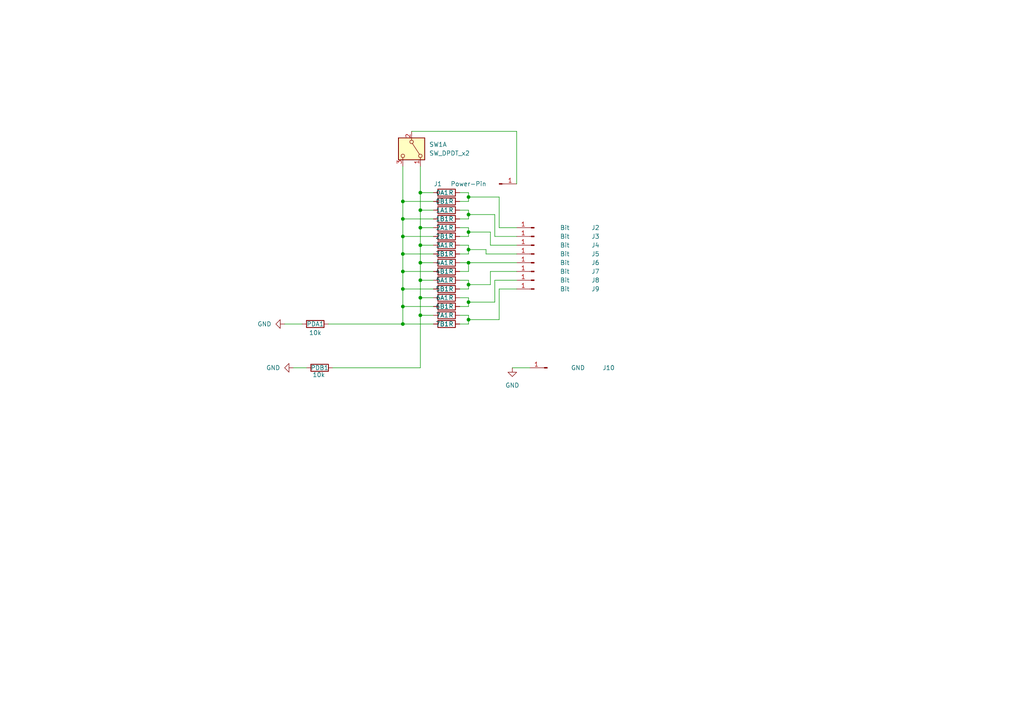
<source format=kicad_sch>
(kicad_sch (version 20231120) (generator "eeschema") (generator_version "8.0")
  (paper "A4")
  (lib_symbols
    (symbol "Connector:Conn_01x01_Pin" (pin_names (offset 1.016) hide)
      (property "Reference" "J" (at 0 2.54 0))
      (property "Value" "Conn_01x01_Pin" (at 0 -2.54 0))
      (symbol "Conn_01x01_Pin_1_1"
        (polyline (pts (xy 1.27 0) (xy 0.8636 0)) (stroke (width 0.1524)))
        (rectangle (start 0.8636 0.127) (end 0 -0.127) (stroke (width 0.1524)) (fill (type outline)))
        (pin passive line (at 5.08 0 180) (length 3.81) (name "Pin_1") (number "1"))
      )
    )
    (symbol "Device:R" (pin_numbers hide) (pin_names (offset 0))
      (property "Reference" "R" (at 2.032 0 90))
      (property "Value" "R" (at 0 0 90))
      (symbol "R_0_1"
        (rectangle (start -1.016 -2.54) (end 1.016 2.54) (stroke (width 0.254)))
      )
      (symbol "R_1_1"
        (pin passive line (at 0 3.81 270) (length 1.27) (name "~") (number "1"))
        (pin passive line (at 0 -3.81 90) (length 1.27) (name "~") (number "2"))
      )
    )
    (symbol "GND_1" (power) (pin_numbers hide) (pin_names (offset 0) hide)
      (property "Value" "GND" (at 0 -3.81 0))
      (symbol "GND_1_0_1"
        (polyline (pts (xy 0 0) (xy 0 -1.27) (xy 1.27 -1.27) (xy 0 -2.54) (xy -1.27 -1.27) (xy 0 -1.27)))
      )
      (symbol "GND_1_1_1"
        (pin power_in line (at 0 0 270) (length 0) (name "~") (number "1"))
      )
    )
    (symbol "Switch:SW_DPDT_x2" (pin_names (offset 0) hide)
      (property "Reference" "SW" (at 0 5.08 0))
      (property "Value" "SW_DPDT_x2" (at 0 -5.08 0))
      (symbol "SW_DPDT_x2_0_0"
        (circle (center -2.032 0) (radius 0.508))
        (circle (center 2.032 -2.54) (radius 0.508))
      )
      (symbol "SW_DPDT_x2_0_1"
        (rectangle (start -3.175 3.81) (end 3.175 -3.81) (stroke (width 0.254)) (fill (type background)))
        (polyline (pts (xy -1.524 0.254) (xy 1.5748 2.286)))
        (circle (center 2.032 2.54) (radius 0.508))
      )
      (symbol "SW_DPDT_x2_1_1"
        (pin passive line (at 5.08 2.54 180) (length 2.54) (name "A") (number "1"))
        (pin passive line (at -5.08 0 0) (length 2.54) (name "B") (number "2"))
        (pin passive line (at 5.08 -2.54 180) (length 2.54) (name "C") (number "3"))
      )
      (symbol "SW_DPDT_x2_2_1"
        (pin passive line (at 5.08 2.54 180) (length 2.54) (name "A") (number "4"))
        (pin passive line (at -5.08 0 0) (length 2.54) (name "B") (number "5"))
        (pin passive line (at 5.08 -2.54 180) (length 2.54) (name "C") (number "6"))
      )
    )
    (symbol "power:GND" (power) (pin_names (offset 0))
      (property "Value" "GND" (at 0 -3.81 0))
      (symbol "GND_0_1"
        (polyline (pts (xy 0 0) (xy 0 -1.27) (xy 1.27 -1.27) (xy 0 -2.54) (xy -1.27 -1.27) (xy 0 -1.27)))
      )
      (symbol "GND_1_1"
        (pin power_in line (at 0 0 270) (length 0) hide (name "GND") (number "1"))
      )
    )
  )
  (junction (at 116.84 68.58))
  (junction (at 116.84 88.9))
  (junction (at 135.89 92.71))
  (junction (at 121.92 76.2))
  (junction (at 135.89 82.55))
  (junction (at 121.92 86.36))
  (junction (at 121.92 66.04))
  (junction (at 116.84 83.82))
  (junction (at 135.89 67.31))
  (junction (at 121.92 55.88))
  (junction (at 116.84 63.5))
  (junction (at 121.92 91.44))
  (junction (at 135.89 87.63))
  (junction (at 116.84 78.74))
  (junction (at 121.92 81.28))
  (junction (at 135.89 76.2))
  (junction (at 116.84 93.98))
  (junction (at 121.92 60.96))
  (junction (at 135.89 57.15))
  (junction (at 135.89 62.23))
  (junction (at 116.84 73.66))
  (junction (at 135.89 72.39))
  (junction (at 116.84 58.42))
  (junction (at 121.92 71.12))
  (wire (pts (xy 144.78 66.04) (xy 149.86 66.04)))
  (wire (pts (xy 135.89 67.31) (xy 142.24 67.31)))
  (wire (pts (xy 135.89 67.31) (xy 135.89 68.58)))
  (wire (pts (xy 135.89 86.36) (xy 135.89 87.63)))
  (wire (pts (xy 133.35 86.36) (xy 135.89 86.36)))
  (wire (pts (xy 135.89 92.71) (xy 135.89 93.98)))
  (wire (pts (xy 135.89 62.23) (xy 135.89 63.5)))
  (wire (pts (xy 135.89 66.04) (xy 135.89 67.31)))
  (wire (pts (xy 135.89 92.71) (xy 144.78 92.71)))
  (wire (pts (xy 140.97 72.39) (xy 140.97 73.66)))
  (wire (pts (xy 135.89 58.42) (xy 133.35 58.42)))
  (wire (pts (xy 148.59 106.68) (xy 153.67 106.68)))
  (wire (pts (xy 116.84 73.66) (xy 125.73 73.66)))
  (wire (pts (xy 85.09 106.68) (xy 88.9 106.68)))
  (wire (pts (xy 121.92 71.12) (xy 121.92 76.2)))
  (wire (pts (xy 116.84 58.42) (xy 116.84 63.5)))
  (wire (pts (xy 121.92 55.88) (xy 121.92 60.96)))
  (wire (pts (xy 116.84 88.9) (xy 116.84 93.98)))
  (wire (pts (xy 135.89 57.15) (xy 144.78 57.15)))
  (wire (pts (xy 135.89 72.39) (xy 140.97 72.39)))
  (wire (pts (xy 135.89 71.12) (xy 135.89 72.39)))
  (wire (pts (xy 133.35 55.88) (xy 135.89 55.88)))
  (wire (pts (xy 135.89 63.5) (xy 133.35 63.5)))
  (wire (pts (xy 121.92 48.26) (xy 121.92 55.88)))
  (wire (pts (xy 116.84 73.66) (xy 116.84 78.74)))
  (wire (pts (xy 133.35 71.12) (xy 135.89 71.12)))
  (wire (pts (xy 116.84 68.58) (xy 116.84 73.66)))
  (wire (pts (xy 143.51 62.23) (xy 143.51 68.58)))
  (wire (pts (xy 135.89 76.2) (xy 149.86 76.2)))
  (wire (pts (xy 135.89 72.39) (xy 135.89 73.66)))
  (wire (pts (xy 121.92 81.28) (xy 121.92 86.36)))
  (wire (pts (xy 133.35 60.96) (xy 135.89 60.96)))
  (wire (pts (xy 135.89 83.82) (xy 133.35 83.82)))
  (wire (pts (xy 116.84 68.58) (xy 125.73 68.58)))
  (wire (pts (xy 96.52 106.68) (xy 121.92 106.68)))
  (wire (pts (xy 121.92 76.2) (xy 121.92 81.28)))
  (wire (pts (xy 142.24 78.74) (xy 149.86 78.74)))
  (wire (pts (xy 142.24 71.12) (xy 149.86 71.12)))
  (wire (pts (xy 121.92 55.88) (xy 125.73 55.88)))
  (wire (pts (xy 135.89 81.28) (xy 135.89 82.55)))
  (wire (pts (xy 121.92 76.2) (xy 125.73 76.2)))
  (wire (pts (xy 121.92 71.12) (xy 125.73 71.12)))
  (wire (pts (xy 116.84 63.5) (xy 125.73 63.5)))
  (wire (pts (xy 135.89 82.55) (xy 135.89 83.82)))
  (wire (pts (xy 135.89 55.88) (xy 135.89 57.15)))
  (wire (pts (xy 135.89 82.55) (xy 142.24 82.55)))
  (wire (pts (xy 144.78 57.15) (xy 144.78 66.04)))
  (wire (pts (xy 121.92 66.04) (xy 121.92 71.12)))
  (wire (pts (xy 143.51 68.58) (xy 149.86 68.58)))
  (wire (pts (xy 135.89 88.9) (xy 133.35 88.9)))
  (wire (pts (xy 140.97 73.66) (xy 149.86 73.66)))
  (wire (pts (xy 149.86 38.1) (xy 119.38 38.1)))
  (wire (pts (xy 135.89 87.63) (xy 135.89 88.9)))
  (wire (pts (xy 121.92 60.96) (xy 121.92 66.04)))
  (wire (pts (xy 116.84 88.9) (xy 125.73 88.9)))
  (wire (pts (xy 133.35 76.2) (xy 135.89 76.2)))
  (wire (pts (xy 116.84 48.26) (xy 116.84 58.42)))
  (wire (pts (xy 135.89 76.2) (xy 135.89 78.74)))
  (wire (pts (xy 135.89 93.98) (xy 133.35 93.98)))
  (wire (pts (xy 144.78 92.71) (xy 144.78 83.82)))
  (wire (pts (xy 142.24 67.31) (xy 142.24 71.12)))
  (wire (pts (xy 116.84 93.98) (xy 125.73 93.98)))
  (wire (pts (xy 144.78 83.82) (xy 149.86 83.82)))
  (wire (pts (xy 121.92 81.28) (xy 125.73 81.28)))
  (wire (pts (xy 135.89 60.96) (xy 135.89 62.23)))
  (wire (pts (xy 149.86 38.1) (xy 149.86 53.34)))
  (wire (pts (xy 121.92 106.68) (xy 121.92 91.44)))
  (wire (pts (xy 133.35 66.04) (xy 135.89 66.04)))
  (wire (pts (xy 82.55 93.98) (xy 87.63 93.98)))
  (wire (pts (xy 95.25 93.98) (xy 116.84 93.98)))
  (wire (pts (xy 135.89 87.63) (xy 143.51 87.63)))
  (wire (pts (xy 121.92 91.44) (xy 125.73 91.44)))
  (wire (pts (xy 135.89 73.66) (xy 133.35 73.66)))
  (wire (pts (xy 142.24 78.74) (xy 142.24 82.55)))
  (wire (pts (xy 116.84 58.42) (xy 125.73 58.42)))
  (wire (pts (xy 116.84 63.5) (xy 116.84 68.58)))
  (wire (pts (xy 121.92 66.04) (xy 125.73 66.04)))
  (wire (pts (xy 116.84 83.82) (xy 116.84 88.9)))
  (wire (pts (xy 116.84 78.74) (xy 125.73 78.74)))
  (wire (pts (xy 121.92 60.96) (xy 125.73 60.96)))
  (wire (pts (xy 135.89 57.15) (xy 135.89 58.42)))
  (wire (pts (xy 116.84 78.74) (xy 116.84 83.82)))
  (wire (pts (xy 121.92 86.36) (xy 121.92 91.44)))
  (wire (pts (xy 116.84 83.82) (xy 125.73 83.82)))
  (wire (pts (xy 143.51 87.63) (xy 143.51 81.28)))
  (wire (pts (xy 133.35 91.44) (xy 135.89 91.44)))
  (wire (pts (xy 135.89 62.23) (xy 143.51 62.23)))
  (wire (pts (xy 135.89 68.58) (xy 133.35 68.58)))
  (wire (pts (xy 135.89 91.44) (xy 135.89 92.71)))
  (wire (pts (xy 133.35 81.28) (xy 135.89 81.28)))
  (wire (pts (xy 135.89 78.74) (xy 133.35 78.74)))
  (wire (pts (xy 121.92 86.36) (xy 125.73 86.36)))
  (wire (pts (xy 143.51 81.28) (xy 149.86 81.28)))
  (symbol (lib_id "Device:R") (at 129.54 63.5 90) (unit 1)
    (property "Reference" "1B1" (at 128.27 63.5 90))
    (property "Value" "R" (at 130.81 60.96 90))
    (property "Footprint" "Resistor_SMD:R_1206_3216Metric" (effects (hide yes)))
  )
  (symbol (lib_id "Connector:Conn_01x01_Pin") (at 154.94 71.12 180) (unit 1)
    (property "Reference" "J4" (at 172.72 71.12 0))
    (property "Value" "Bit" (at 163.83 71.12 0))
    (property "Footprint" "TestPoint:TestPoint_Pad_2.0x2.0mm" (effects (hide yes)))
  )
  (symbol (lib_id "Connector:Conn_01x01_Pin") (at 144.78 53.34 0) (unit 1)
    (property "Reference" "J1" (at 127 53.34 0))
    (property "Value" "Power-Pin" (at 135.89 53.34 0))
    (property "Footprint" "TestPoint:TestPoint_Pad_2.0x2.0mm" (effects (hide yes)))
  )
  (symbol (lib_id "Switch:SW_DPDT_x2") (at 119.38 43.18 270) (unit 1)
    (property "Reference" "SW1" (at 124.46 41.91 90) (effects (justify left)))
    (property "Value" "SW_DPDT_x2" (at 124.46 44.45 90) (effects (justify left)))
    (property "Footprint" "Button_Switch_THT:SW_Slide_SPDT_Straight_CK_OS102011MS2Q" (effects (hide yes)))
  )
  (symbol (lib_id "power:GND") (at 82.55 93.98 270) (unit 1)
    (property "Reference" "#PWR01" (effects (hide yes)))
    (property "Value" "GND" (at 78.74 93.9799 90) (effects (justify right)))
  )
  (symbol (lib_id "Device:R") (at 129.54 88.9 90) (unit 1)
    (property "Reference" "6B1" (at 128.27 88.9 90))
    (property "Value" "R" (at 130.81 86.36 90))
    (property "Footprint" "Resistor_SMD:R_1206_3216Metric" (effects (hide yes)))
  )
  (symbol (lib_id "Device:R") (at 91.44 93.98 90) (unit 1)
    (property "Reference" "PDA1" (at 91.44 93.98 90))
    (property "Value" "10k" (at 91.44 96.52 90))
    (property "Footprint" "Resistor_SMD:R_1206_3216Metric" (effects (hide yes)))
  )
  (symbol (lib_id "Device:R") (at 129.54 58.42 90) (unit 1)
    (property "Reference" "0B1" (at 128.27 58.42 90))
    (property "Value" "R" (at 130.81 55.88 90))
    (property "Footprint" "Resistor_SMD:R_1206_3216Metric" (effects (hide yes)))
  )
  (symbol (lib_id "Device:R") (at 129.54 73.66 90) (unit 1)
    (property "Reference" "3B1" (at 128.27 73.66 90))
    (property "Value" "R" (at 130.81 71.12 90))
    (property "Footprint" "Resistor_SMD:R_1206_3216Metric" (effects (hide yes)))
  )
  (symbol (lib_id "Device:R") (at 129.54 93.98 90) (unit 1)
    (property "Reference" "7B1" (at 128.27 93.98 90))
    (property "Value" "R" (at 130.81 91.44 90))
    (property "Footprint" "Resistor_SMD:R_1206_3216Metric" (effects (hide yes)))
  )
  (symbol (lib_id "Device:R") (at 129.54 60.96 90) (unit 1)
    (property "Reference" "1A1" (at 128.27 60.96 90))
    (property "Value" "R" (at 130.81 63.5 90))
    (property "Footprint" "Resistor_SMD:R_1206_3216Metric" (effects (hide yes)))
  )
  (symbol (lib_id "Device:R") (at 129.54 68.58 90) (unit 1)
    (property "Reference" "2B1" (at 128.27 68.58 90))
    (property "Value" "R" (at 130.81 66.04 90))
    (property "Footprint" "Resistor_SMD:R_1206_3216Metric" (effects (hide yes)))
  )
  (symbol (lib_id "Device:R") (at 129.54 66.04 90) (unit 1)
    (property "Reference" "2A1" (at 128.27 66.04 90))
    (property "Value" "R" (at 130.81 68.58 90))
    (property "Footprint" "Resistor_SMD:R_1206_3216Metric" (effects (hide yes)))
  )
  (symbol (lib_id "Device:R") (at 92.71 106.68 90) (unit 1)
    (property "Reference" "PDB1" (at 92.71 106.68 90))
    (property "Value" "10k" (at 92.456 108.712 90))
    (property "Footprint" "Resistor_SMD:R_1206_3216Metric" (effects (hide yes)))
  )
  (symbol (lib_id "Device:R") (at 129.54 83.82 90) (unit 1)
    (property "Reference" "5B1" (at 128.27 83.82 90))
    (property "Value" "R" (at 130.81 81.28 90))
    (property "Footprint" "Resistor_SMD:R_1206_3216Metric" (effects (hide yes)))
  )
  (symbol (lib_id "Device:R") (at 129.54 86.36 90) (unit 1)
    (property "Reference" "6A1" (at 128.27 86.36 90))
    (property "Value" "R" (at 130.81 88.9 90))
    (property "Footprint" "Resistor_SMD:R_1206_3216Metric" (effects (hide yes)))
  )
  (symbol (lib_id "Connector:Conn_01x01_Pin") (at 154.94 76.2 180) (unit 1)
    (property "Reference" "J6" (at 172.72 76.2 0))
    (property "Value" "Bit" (at 163.83 76.2 0))
    (property "Footprint" "TestPoint:TestPoint_Pad_2.0x2.0mm" (effects (hide yes)))
  )
  (symbol (lib_id "power:GND") (at 85.09 106.68 270) (unit 1)
    (property "Reference" "#PWR02" (effects (hide yes)))
    (property "Value" "GND" (at 81.28 106.6799 90) (effects (justify right)))
  )
  (symbol (lib_id "Device:R") (at 129.54 71.12 90) (unit 1)
    (property "Reference" "3A1" (at 128.27 71.12 90))
    (property "Value" "R" (at 130.81 73.66 90))
    (property "Footprint" "Resistor_SMD:R_1206_3216Metric" (effects (hide yes)))
  )
  (symbol (lib_id "Connector:Conn_01x01_Pin") (at 154.94 73.66 180) (unit 1)
    (property "Reference" "J5" (at 172.72 73.66 0))
    (property "Value" "Bit" (at 163.83 73.66 0))
    (property "Footprint" "TestPoint:TestPoint_Pad_2.0x2.0mm" (effects (hide yes)))
  )
  (symbol (lib_id "Device:R") (at 129.54 78.74 90) (unit 1)
    (property "Reference" "4B1" (at 128.27 78.74 90))
    (property "Value" "R" (at 130.81 76.2 90))
    (property "Footprint" "Resistor_SMD:R_1206_3216Metric" (effects (hide yes)))
  )
  (symbol (lib_id "Device:R") (at 129.54 91.44 90) (unit 1)
    (property "Reference" "7A1" (at 128.27 91.44 90))
    (property "Value" "R" (at 130.81 93.98 90))
    (property "Footprint" "Resistor_SMD:R_1206_3216Metric" (effects (hide yes)))
  )
  (symbol (lib_id "Device:R") (at 129.54 55.88 90) (unit 1)
    (property "Reference" "0A1" (at 128.27 55.88 90))
    (property "Value" "R" (at 130.81 58.42 90))
    (property "Footprint" "Resistor_SMD:R_1206_3216Metric" (effects (hide yes)))
  )
  (symbol (lib_id "Connector:Conn_01x01_Pin") (at 154.94 78.74 180) (unit 1)
    (property "Reference" "J7" (at 172.72 78.74 0))
    (property "Value" "Bit" (at 163.83 78.74 0))
    (property "Footprint" "TestPoint:TestPoint_Pad_2.0x2.0mm" (effects (hide yes)))
  )
  (symbol (lib_id "Connector:Conn_01x01_Pin") (at 154.94 83.82 180) (unit 1)
    (property "Reference" "J9" (at 172.72 83.82 0))
    (property "Value" "Bit" (at 163.83 83.82 0))
    (property "Footprint" "TestPoint:TestPoint_Pad_2.0x2.0mm" (effects (hide yes)))
  )
  (symbol (lib_name "GND_1") (lib_id "power:GND") (at 148.59 106.68 0) (unit 1)
    (property "Reference" "#PWR03" (effects (hide yes)))
    (property "Value" "GND" (at 148.59 111.76 0))
    (property "Description" "Power symbol creates a global label with name \"GND\" , ground" (effects (hide yes)))
  )
  (symbol (lib_id "Connector:Conn_01x01_Pin") (at 154.94 81.28 180) (unit 1)
    (property "Reference" "J8" (at 172.72 81.28 0))
    (property "Value" "Bit" (at 163.83 81.28 0))
    (property "Footprint" "TestPoint:TestPoint_Pad_2.0x2.0mm" (effects (hide yes)))
  )
  (symbol (lib_id "Connector:Conn_01x01_Pin") (at 158.75 106.68 180) (unit 1)
    (property "Reference" "J10" (at 176.53 106.68 0))
    (property "Value" "GND" (at 167.64 106.68 0))
    (property "Footprint" "TestPoint:TestPoint_Pad_2.0x2.0mm" (effects (hide yes)))
  )
  (symbol (lib_id "Device:R") (at 129.54 76.2 90) (unit 1)
    (property "Reference" "4A1" (at 128.27 76.2 90))
    (property "Value" "R" (at 130.81 78.74 90))
    (property "Footprint" "Resistor_SMD:R_1206_3216Metric" (effects (hide yes)))
  )
  (symbol (lib_id "Connector:Conn_01x01_Pin") (at 154.94 68.58 180) (unit 1)
    (property "Reference" "J3" (at 172.72 68.58 0))
    (property "Value" "Bit" (at 163.83 68.58 0))
    (property "Footprint" "TestPoint:TestPoint_Pad_2.0x2.0mm" (effects (hide yes)))
  )
  (symbol (lib_id "Device:R") (at 129.54 81.28 90) (unit 1)
    (property "Reference" "5A1" (at 128.27 81.28 90))
    (property "Value" "R" (at 130.81 83.82 90))
    (property "Footprint" "Resistor_SMD:R_1206_3216Metric" (effects (hide yes)))
  )
  (symbol (lib_id "Connector:Conn_01x01_Pin") (at 154.94 66.04 180) (unit 1)
    (property "Reference" "J2" (at 172.72 66.04 0))
    (property "Value" "Bit" (at 163.83 66.04 0))
    (property "Footprint" "TestPoint:TestPoint_Pad_2.0x2.0mm" (effects (hide yes)))
  )
)
</source>
